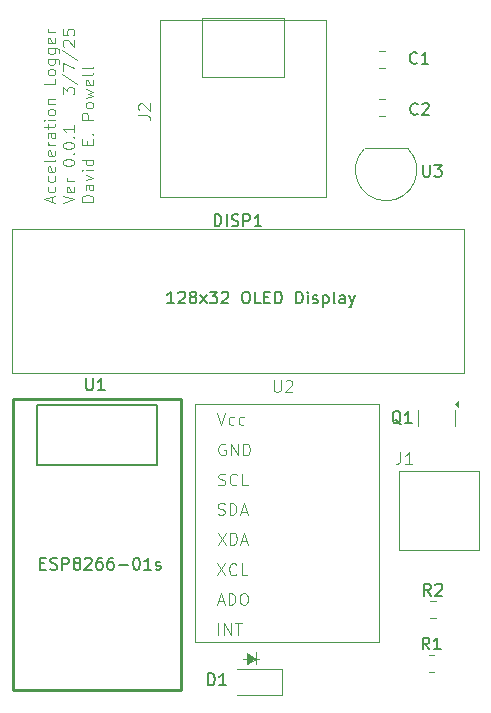
<source format=gbr>
%TF.GenerationSoftware,KiCad,Pcbnew,8.0.8-unknown-202501290020~8b811aa383~ubuntu24.04.1*%
%TF.CreationDate,2025-03-07T17:37:35-05:00*%
%TF.ProjectId,Acceleration Logger,41636365-6c65-4726-9174-696f6e204c6f,rev?*%
%TF.SameCoordinates,Original*%
%TF.FileFunction,Legend,Top*%
%TF.FilePolarity,Positive*%
%FSLAX46Y46*%
G04 Gerber Fmt 4.6, Leading zero omitted, Abs format (unit mm)*
G04 Created by KiCad (PCBNEW 8.0.8-unknown-202501290020~8b811aa383~ubuntu24.04.1) date 2025-03-07 17:37:35*
%MOMM*%
%LPD*%
G01*
G04 APERTURE LIST*
%ADD10C,0.100000*%
%ADD11C,0.150000*%
%ADD12C,0.120000*%
%ADD13C,0.254000*%
%ADD14C,0.152400*%
G04 APERTURE END LIST*
D10*
X142810000Y-122970000D02*
X141390000Y-122970000D01*
X142510000Y-122440000D02*
X142510000Y-123400000D01*
X142480000Y-122980000D02*
X141730000Y-123450000D01*
X141730000Y-122490000D01*
X142480000Y-122980000D01*
G36*
X142480000Y-122980000D02*
G01*
X141730000Y-123450000D01*
X141730000Y-122490000D01*
X142480000Y-122980000D01*
G37*
X125256816Y-84343734D02*
X125256816Y-83867544D01*
X125542531Y-84438972D02*
X124542531Y-84105639D01*
X124542531Y-84105639D02*
X125542531Y-83772306D01*
X125494912Y-83010401D02*
X125542531Y-83105639D01*
X125542531Y-83105639D02*
X125542531Y-83296115D01*
X125542531Y-83296115D02*
X125494912Y-83391353D01*
X125494912Y-83391353D02*
X125447292Y-83438972D01*
X125447292Y-83438972D02*
X125352054Y-83486591D01*
X125352054Y-83486591D02*
X125066340Y-83486591D01*
X125066340Y-83486591D02*
X124971102Y-83438972D01*
X124971102Y-83438972D02*
X124923483Y-83391353D01*
X124923483Y-83391353D02*
X124875864Y-83296115D01*
X124875864Y-83296115D02*
X124875864Y-83105639D01*
X124875864Y-83105639D02*
X124923483Y-83010401D01*
X125494912Y-82153258D02*
X125542531Y-82248496D01*
X125542531Y-82248496D02*
X125542531Y-82438972D01*
X125542531Y-82438972D02*
X125494912Y-82534210D01*
X125494912Y-82534210D02*
X125447292Y-82581829D01*
X125447292Y-82581829D02*
X125352054Y-82629448D01*
X125352054Y-82629448D02*
X125066340Y-82629448D01*
X125066340Y-82629448D02*
X124971102Y-82581829D01*
X124971102Y-82581829D02*
X124923483Y-82534210D01*
X124923483Y-82534210D02*
X124875864Y-82438972D01*
X124875864Y-82438972D02*
X124875864Y-82248496D01*
X124875864Y-82248496D02*
X124923483Y-82153258D01*
X125494912Y-81343734D02*
X125542531Y-81438972D01*
X125542531Y-81438972D02*
X125542531Y-81629448D01*
X125542531Y-81629448D02*
X125494912Y-81724686D01*
X125494912Y-81724686D02*
X125399673Y-81772305D01*
X125399673Y-81772305D02*
X125018721Y-81772305D01*
X125018721Y-81772305D02*
X124923483Y-81724686D01*
X124923483Y-81724686D02*
X124875864Y-81629448D01*
X124875864Y-81629448D02*
X124875864Y-81438972D01*
X124875864Y-81438972D02*
X124923483Y-81343734D01*
X124923483Y-81343734D02*
X125018721Y-81296115D01*
X125018721Y-81296115D02*
X125113959Y-81296115D01*
X125113959Y-81296115D02*
X125209197Y-81772305D01*
X125542531Y-80724686D02*
X125494912Y-80819924D01*
X125494912Y-80819924D02*
X125399673Y-80867543D01*
X125399673Y-80867543D02*
X124542531Y-80867543D01*
X125494912Y-79962781D02*
X125542531Y-80058019D01*
X125542531Y-80058019D02*
X125542531Y-80248495D01*
X125542531Y-80248495D02*
X125494912Y-80343733D01*
X125494912Y-80343733D02*
X125399673Y-80391352D01*
X125399673Y-80391352D02*
X125018721Y-80391352D01*
X125018721Y-80391352D02*
X124923483Y-80343733D01*
X124923483Y-80343733D02*
X124875864Y-80248495D01*
X124875864Y-80248495D02*
X124875864Y-80058019D01*
X124875864Y-80058019D02*
X124923483Y-79962781D01*
X124923483Y-79962781D02*
X125018721Y-79915162D01*
X125018721Y-79915162D02*
X125113959Y-79915162D01*
X125113959Y-79915162D02*
X125209197Y-80391352D01*
X125542531Y-79486590D02*
X124875864Y-79486590D01*
X125066340Y-79486590D02*
X124971102Y-79438971D01*
X124971102Y-79438971D02*
X124923483Y-79391352D01*
X124923483Y-79391352D02*
X124875864Y-79296114D01*
X124875864Y-79296114D02*
X124875864Y-79200876D01*
X125542531Y-78438971D02*
X125018721Y-78438971D01*
X125018721Y-78438971D02*
X124923483Y-78486590D01*
X124923483Y-78486590D02*
X124875864Y-78581828D01*
X124875864Y-78581828D02*
X124875864Y-78772304D01*
X124875864Y-78772304D02*
X124923483Y-78867542D01*
X125494912Y-78438971D02*
X125542531Y-78534209D01*
X125542531Y-78534209D02*
X125542531Y-78772304D01*
X125542531Y-78772304D02*
X125494912Y-78867542D01*
X125494912Y-78867542D02*
X125399673Y-78915161D01*
X125399673Y-78915161D02*
X125304435Y-78915161D01*
X125304435Y-78915161D02*
X125209197Y-78867542D01*
X125209197Y-78867542D02*
X125161578Y-78772304D01*
X125161578Y-78772304D02*
X125161578Y-78534209D01*
X125161578Y-78534209D02*
X125113959Y-78438971D01*
X124875864Y-78105637D02*
X124875864Y-77724685D01*
X124542531Y-77962780D02*
X125399673Y-77962780D01*
X125399673Y-77962780D02*
X125494912Y-77915161D01*
X125494912Y-77915161D02*
X125542531Y-77819923D01*
X125542531Y-77819923D02*
X125542531Y-77724685D01*
X125542531Y-77391351D02*
X124875864Y-77391351D01*
X124542531Y-77391351D02*
X124590150Y-77438970D01*
X124590150Y-77438970D02*
X124637769Y-77391351D01*
X124637769Y-77391351D02*
X124590150Y-77343732D01*
X124590150Y-77343732D02*
X124542531Y-77391351D01*
X124542531Y-77391351D02*
X124637769Y-77391351D01*
X125542531Y-76772304D02*
X125494912Y-76867542D01*
X125494912Y-76867542D02*
X125447292Y-76915161D01*
X125447292Y-76915161D02*
X125352054Y-76962780D01*
X125352054Y-76962780D02*
X125066340Y-76962780D01*
X125066340Y-76962780D02*
X124971102Y-76915161D01*
X124971102Y-76915161D02*
X124923483Y-76867542D01*
X124923483Y-76867542D02*
X124875864Y-76772304D01*
X124875864Y-76772304D02*
X124875864Y-76629447D01*
X124875864Y-76629447D02*
X124923483Y-76534209D01*
X124923483Y-76534209D02*
X124971102Y-76486590D01*
X124971102Y-76486590D02*
X125066340Y-76438971D01*
X125066340Y-76438971D02*
X125352054Y-76438971D01*
X125352054Y-76438971D02*
X125447292Y-76486590D01*
X125447292Y-76486590D02*
X125494912Y-76534209D01*
X125494912Y-76534209D02*
X125542531Y-76629447D01*
X125542531Y-76629447D02*
X125542531Y-76772304D01*
X124875864Y-76010399D02*
X125542531Y-76010399D01*
X124971102Y-76010399D02*
X124923483Y-75962780D01*
X124923483Y-75962780D02*
X124875864Y-75867542D01*
X124875864Y-75867542D02*
X124875864Y-75724685D01*
X124875864Y-75724685D02*
X124923483Y-75629447D01*
X124923483Y-75629447D02*
X125018721Y-75581828D01*
X125018721Y-75581828D02*
X125542531Y-75581828D01*
X125542531Y-73867542D02*
X125542531Y-74343732D01*
X125542531Y-74343732D02*
X124542531Y-74343732D01*
X125542531Y-73391351D02*
X125494912Y-73486589D01*
X125494912Y-73486589D02*
X125447292Y-73534208D01*
X125447292Y-73534208D02*
X125352054Y-73581827D01*
X125352054Y-73581827D02*
X125066340Y-73581827D01*
X125066340Y-73581827D02*
X124971102Y-73534208D01*
X124971102Y-73534208D02*
X124923483Y-73486589D01*
X124923483Y-73486589D02*
X124875864Y-73391351D01*
X124875864Y-73391351D02*
X124875864Y-73248494D01*
X124875864Y-73248494D02*
X124923483Y-73153256D01*
X124923483Y-73153256D02*
X124971102Y-73105637D01*
X124971102Y-73105637D02*
X125066340Y-73058018D01*
X125066340Y-73058018D02*
X125352054Y-73058018D01*
X125352054Y-73058018D02*
X125447292Y-73105637D01*
X125447292Y-73105637D02*
X125494912Y-73153256D01*
X125494912Y-73153256D02*
X125542531Y-73248494D01*
X125542531Y-73248494D02*
X125542531Y-73391351D01*
X124875864Y-72200875D02*
X125685388Y-72200875D01*
X125685388Y-72200875D02*
X125780626Y-72248494D01*
X125780626Y-72248494D02*
X125828245Y-72296113D01*
X125828245Y-72296113D02*
X125875864Y-72391351D01*
X125875864Y-72391351D02*
X125875864Y-72534208D01*
X125875864Y-72534208D02*
X125828245Y-72629446D01*
X125494912Y-72200875D02*
X125542531Y-72296113D01*
X125542531Y-72296113D02*
X125542531Y-72486589D01*
X125542531Y-72486589D02*
X125494912Y-72581827D01*
X125494912Y-72581827D02*
X125447292Y-72629446D01*
X125447292Y-72629446D02*
X125352054Y-72677065D01*
X125352054Y-72677065D02*
X125066340Y-72677065D01*
X125066340Y-72677065D02*
X124971102Y-72629446D01*
X124971102Y-72629446D02*
X124923483Y-72581827D01*
X124923483Y-72581827D02*
X124875864Y-72486589D01*
X124875864Y-72486589D02*
X124875864Y-72296113D01*
X124875864Y-72296113D02*
X124923483Y-72200875D01*
X124875864Y-71296113D02*
X125685388Y-71296113D01*
X125685388Y-71296113D02*
X125780626Y-71343732D01*
X125780626Y-71343732D02*
X125828245Y-71391351D01*
X125828245Y-71391351D02*
X125875864Y-71486589D01*
X125875864Y-71486589D02*
X125875864Y-71629446D01*
X125875864Y-71629446D02*
X125828245Y-71724684D01*
X125494912Y-71296113D02*
X125542531Y-71391351D01*
X125542531Y-71391351D02*
X125542531Y-71581827D01*
X125542531Y-71581827D02*
X125494912Y-71677065D01*
X125494912Y-71677065D02*
X125447292Y-71724684D01*
X125447292Y-71724684D02*
X125352054Y-71772303D01*
X125352054Y-71772303D02*
X125066340Y-71772303D01*
X125066340Y-71772303D02*
X124971102Y-71724684D01*
X124971102Y-71724684D02*
X124923483Y-71677065D01*
X124923483Y-71677065D02*
X124875864Y-71581827D01*
X124875864Y-71581827D02*
X124875864Y-71391351D01*
X124875864Y-71391351D02*
X124923483Y-71296113D01*
X125494912Y-70438970D02*
X125542531Y-70534208D01*
X125542531Y-70534208D02*
X125542531Y-70724684D01*
X125542531Y-70724684D02*
X125494912Y-70819922D01*
X125494912Y-70819922D02*
X125399673Y-70867541D01*
X125399673Y-70867541D02*
X125018721Y-70867541D01*
X125018721Y-70867541D02*
X124923483Y-70819922D01*
X124923483Y-70819922D02*
X124875864Y-70724684D01*
X124875864Y-70724684D02*
X124875864Y-70534208D01*
X124875864Y-70534208D02*
X124923483Y-70438970D01*
X124923483Y-70438970D02*
X125018721Y-70391351D01*
X125018721Y-70391351D02*
X125113959Y-70391351D01*
X125113959Y-70391351D02*
X125209197Y-70867541D01*
X125542531Y-69962779D02*
X124875864Y-69962779D01*
X125066340Y-69962779D02*
X124971102Y-69915160D01*
X124971102Y-69915160D02*
X124923483Y-69867541D01*
X124923483Y-69867541D02*
X124875864Y-69772303D01*
X124875864Y-69772303D02*
X124875864Y-69677065D01*
X126152475Y-84438972D02*
X127152475Y-84105639D01*
X127152475Y-84105639D02*
X126152475Y-83772306D01*
X127104856Y-83058020D02*
X127152475Y-83153258D01*
X127152475Y-83153258D02*
X127152475Y-83343734D01*
X127152475Y-83343734D02*
X127104856Y-83438972D01*
X127104856Y-83438972D02*
X127009617Y-83486591D01*
X127009617Y-83486591D02*
X126628665Y-83486591D01*
X126628665Y-83486591D02*
X126533427Y-83438972D01*
X126533427Y-83438972D02*
X126485808Y-83343734D01*
X126485808Y-83343734D02*
X126485808Y-83153258D01*
X126485808Y-83153258D02*
X126533427Y-83058020D01*
X126533427Y-83058020D02*
X126628665Y-83010401D01*
X126628665Y-83010401D02*
X126723903Y-83010401D01*
X126723903Y-83010401D02*
X126819141Y-83486591D01*
X127152475Y-82581829D02*
X126485808Y-82581829D01*
X126676284Y-82581829D02*
X126581046Y-82534210D01*
X126581046Y-82534210D02*
X126533427Y-82486591D01*
X126533427Y-82486591D02*
X126485808Y-82391353D01*
X126485808Y-82391353D02*
X126485808Y-82296115D01*
X126152475Y-81010400D02*
X126152475Y-80915162D01*
X126152475Y-80915162D02*
X126200094Y-80819924D01*
X126200094Y-80819924D02*
X126247713Y-80772305D01*
X126247713Y-80772305D02*
X126342951Y-80724686D01*
X126342951Y-80724686D02*
X126533427Y-80677067D01*
X126533427Y-80677067D02*
X126771522Y-80677067D01*
X126771522Y-80677067D02*
X126961998Y-80724686D01*
X126961998Y-80724686D02*
X127057236Y-80772305D01*
X127057236Y-80772305D02*
X127104856Y-80819924D01*
X127104856Y-80819924D02*
X127152475Y-80915162D01*
X127152475Y-80915162D02*
X127152475Y-81010400D01*
X127152475Y-81010400D02*
X127104856Y-81105638D01*
X127104856Y-81105638D02*
X127057236Y-81153257D01*
X127057236Y-81153257D02*
X126961998Y-81200876D01*
X126961998Y-81200876D02*
X126771522Y-81248495D01*
X126771522Y-81248495D02*
X126533427Y-81248495D01*
X126533427Y-81248495D02*
X126342951Y-81200876D01*
X126342951Y-81200876D02*
X126247713Y-81153257D01*
X126247713Y-81153257D02*
X126200094Y-81105638D01*
X126200094Y-81105638D02*
X126152475Y-81010400D01*
X127057236Y-80248495D02*
X127104856Y-80200876D01*
X127104856Y-80200876D02*
X127152475Y-80248495D01*
X127152475Y-80248495D02*
X127104856Y-80296114D01*
X127104856Y-80296114D02*
X127057236Y-80248495D01*
X127057236Y-80248495D02*
X127152475Y-80248495D01*
X126152475Y-79581829D02*
X126152475Y-79486591D01*
X126152475Y-79486591D02*
X126200094Y-79391353D01*
X126200094Y-79391353D02*
X126247713Y-79343734D01*
X126247713Y-79343734D02*
X126342951Y-79296115D01*
X126342951Y-79296115D02*
X126533427Y-79248496D01*
X126533427Y-79248496D02*
X126771522Y-79248496D01*
X126771522Y-79248496D02*
X126961998Y-79296115D01*
X126961998Y-79296115D02*
X127057236Y-79343734D01*
X127057236Y-79343734D02*
X127104856Y-79391353D01*
X127104856Y-79391353D02*
X127152475Y-79486591D01*
X127152475Y-79486591D02*
X127152475Y-79581829D01*
X127152475Y-79581829D02*
X127104856Y-79677067D01*
X127104856Y-79677067D02*
X127057236Y-79724686D01*
X127057236Y-79724686D02*
X126961998Y-79772305D01*
X126961998Y-79772305D02*
X126771522Y-79819924D01*
X126771522Y-79819924D02*
X126533427Y-79819924D01*
X126533427Y-79819924D02*
X126342951Y-79772305D01*
X126342951Y-79772305D02*
X126247713Y-79724686D01*
X126247713Y-79724686D02*
X126200094Y-79677067D01*
X126200094Y-79677067D02*
X126152475Y-79581829D01*
X127057236Y-78819924D02*
X127104856Y-78772305D01*
X127104856Y-78772305D02*
X127152475Y-78819924D01*
X127152475Y-78819924D02*
X127104856Y-78867543D01*
X127104856Y-78867543D02*
X127057236Y-78819924D01*
X127057236Y-78819924D02*
X127152475Y-78819924D01*
X127152475Y-77819925D02*
X127152475Y-78391353D01*
X127152475Y-78105639D02*
X126152475Y-78105639D01*
X126152475Y-78105639D02*
X126295332Y-78200877D01*
X126295332Y-78200877D02*
X126390570Y-78296115D01*
X126390570Y-78296115D02*
X126438189Y-78391353D01*
X126152475Y-75200876D02*
X126152475Y-74581829D01*
X126152475Y-74581829D02*
X126533427Y-74915162D01*
X126533427Y-74915162D02*
X126533427Y-74772305D01*
X126533427Y-74772305D02*
X126581046Y-74677067D01*
X126581046Y-74677067D02*
X126628665Y-74629448D01*
X126628665Y-74629448D02*
X126723903Y-74581829D01*
X126723903Y-74581829D02*
X126961998Y-74581829D01*
X126961998Y-74581829D02*
X127057236Y-74629448D01*
X127057236Y-74629448D02*
X127104856Y-74677067D01*
X127104856Y-74677067D02*
X127152475Y-74772305D01*
X127152475Y-74772305D02*
X127152475Y-75058019D01*
X127152475Y-75058019D02*
X127104856Y-75153257D01*
X127104856Y-75153257D02*
X127057236Y-75200876D01*
X126104856Y-73438972D02*
X127390570Y-74296114D01*
X126152475Y-73200876D02*
X126152475Y-72534210D01*
X126152475Y-72534210D02*
X127152475Y-72962781D01*
X126104856Y-71438972D02*
X127390570Y-72296114D01*
X126247713Y-71153257D02*
X126200094Y-71105638D01*
X126200094Y-71105638D02*
X126152475Y-71010400D01*
X126152475Y-71010400D02*
X126152475Y-70772305D01*
X126152475Y-70772305D02*
X126200094Y-70677067D01*
X126200094Y-70677067D02*
X126247713Y-70629448D01*
X126247713Y-70629448D02*
X126342951Y-70581829D01*
X126342951Y-70581829D02*
X126438189Y-70581829D01*
X126438189Y-70581829D02*
X126581046Y-70629448D01*
X126581046Y-70629448D02*
X127152475Y-71200876D01*
X127152475Y-71200876D02*
X127152475Y-70581829D01*
X126152475Y-69677067D02*
X126152475Y-70153257D01*
X126152475Y-70153257D02*
X126628665Y-70200876D01*
X126628665Y-70200876D02*
X126581046Y-70153257D01*
X126581046Y-70153257D02*
X126533427Y-70058019D01*
X126533427Y-70058019D02*
X126533427Y-69819924D01*
X126533427Y-69819924D02*
X126581046Y-69724686D01*
X126581046Y-69724686D02*
X126628665Y-69677067D01*
X126628665Y-69677067D02*
X126723903Y-69629448D01*
X126723903Y-69629448D02*
X126961998Y-69629448D01*
X126961998Y-69629448D02*
X127057236Y-69677067D01*
X127057236Y-69677067D02*
X127104856Y-69724686D01*
X127104856Y-69724686D02*
X127152475Y-69819924D01*
X127152475Y-69819924D02*
X127152475Y-70058019D01*
X127152475Y-70058019D02*
X127104856Y-70153257D01*
X127104856Y-70153257D02*
X127057236Y-70200876D01*
X128762419Y-84296115D02*
X127762419Y-84296115D01*
X127762419Y-84296115D02*
X127762419Y-84058020D01*
X127762419Y-84058020D02*
X127810038Y-83915163D01*
X127810038Y-83915163D02*
X127905276Y-83819925D01*
X127905276Y-83819925D02*
X128000514Y-83772306D01*
X128000514Y-83772306D02*
X128190990Y-83724687D01*
X128190990Y-83724687D02*
X128333847Y-83724687D01*
X128333847Y-83724687D02*
X128524323Y-83772306D01*
X128524323Y-83772306D02*
X128619561Y-83819925D01*
X128619561Y-83819925D02*
X128714800Y-83915163D01*
X128714800Y-83915163D02*
X128762419Y-84058020D01*
X128762419Y-84058020D02*
X128762419Y-84296115D01*
X128762419Y-82867544D02*
X128238609Y-82867544D01*
X128238609Y-82867544D02*
X128143371Y-82915163D01*
X128143371Y-82915163D02*
X128095752Y-83010401D01*
X128095752Y-83010401D02*
X128095752Y-83200877D01*
X128095752Y-83200877D02*
X128143371Y-83296115D01*
X128714800Y-82867544D02*
X128762419Y-82962782D01*
X128762419Y-82962782D02*
X128762419Y-83200877D01*
X128762419Y-83200877D02*
X128714800Y-83296115D01*
X128714800Y-83296115D02*
X128619561Y-83343734D01*
X128619561Y-83343734D02*
X128524323Y-83343734D01*
X128524323Y-83343734D02*
X128429085Y-83296115D01*
X128429085Y-83296115D02*
X128381466Y-83200877D01*
X128381466Y-83200877D02*
X128381466Y-82962782D01*
X128381466Y-82962782D02*
X128333847Y-82867544D01*
X128095752Y-82486591D02*
X128762419Y-82248496D01*
X128762419Y-82248496D02*
X128095752Y-82010401D01*
X128762419Y-81629448D02*
X128095752Y-81629448D01*
X127762419Y-81629448D02*
X127810038Y-81677067D01*
X127810038Y-81677067D02*
X127857657Y-81629448D01*
X127857657Y-81629448D02*
X127810038Y-81581829D01*
X127810038Y-81581829D02*
X127762419Y-81629448D01*
X127762419Y-81629448D02*
X127857657Y-81629448D01*
X128762419Y-80724687D02*
X127762419Y-80724687D01*
X128714800Y-80724687D02*
X128762419Y-80819925D01*
X128762419Y-80819925D02*
X128762419Y-81010401D01*
X128762419Y-81010401D02*
X128714800Y-81105639D01*
X128714800Y-81105639D02*
X128667180Y-81153258D01*
X128667180Y-81153258D02*
X128571942Y-81200877D01*
X128571942Y-81200877D02*
X128286228Y-81200877D01*
X128286228Y-81200877D02*
X128190990Y-81153258D01*
X128190990Y-81153258D02*
X128143371Y-81105639D01*
X128143371Y-81105639D02*
X128095752Y-81010401D01*
X128095752Y-81010401D02*
X128095752Y-80819925D01*
X128095752Y-80819925D02*
X128143371Y-80724687D01*
X128238609Y-79486591D02*
X128238609Y-79153258D01*
X128762419Y-79010401D02*
X128762419Y-79486591D01*
X128762419Y-79486591D02*
X127762419Y-79486591D01*
X127762419Y-79486591D02*
X127762419Y-79010401D01*
X128667180Y-78581829D02*
X128714800Y-78534210D01*
X128714800Y-78534210D02*
X128762419Y-78581829D01*
X128762419Y-78581829D02*
X128714800Y-78629448D01*
X128714800Y-78629448D02*
X128667180Y-78581829D01*
X128667180Y-78581829D02*
X128762419Y-78581829D01*
X128762419Y-77343734D02*
X127762419Y-77343734D01*
X127762419Y-77343734D02*
X127762419Y-76962782D01*
X127762419Y-76962782D02*
X127810038Y-76867544D01*
X127810038Y-76867544D02*
X127857657Y-76819925D01*
X127857657Y-76819925D02*
X127952895Y-76772306D01*
X127952895Y-76772306D02*
X128095752Y-76772306D01*
X128095752Y-76772306D02*
X128190990Y-76819925D01*
X128190990Y-76819925D02*
X128238609Y-76867544D01*
X128238609Y-76867544D02*
X128286228Y-76962782D01*
X128286228Y-76962782D02*
X128286228Y-77343734D01*
X128762419Y-76200877D02*
X128714800Y-76296115D01*
X128714800Y-76296115D02*
X128667180Y-76343734D01*
X128667180Y-76343734D02*
X128571942Y-76391353D01*
X128571942Y-76391353D02*
X128286228Y-76391353D01*
X128286228Y-76391353D02*
X128190990Y-76343734D01*
X128190990Y-76343734D02*
X128143371Y-76296115D01*
X128143371Y-76296115D02*
X128095752Y-76200877D01*
X128095752Y-76200877D02*
X128095752Y-76058020D01*
X128095752Y-76058020D02*
X128143371Y-75962782D01*
X128143371Y-75962782D02*
X128190990Y-75915163D01*
X128190990Y-75915163D02*
X128286228Y-75867544D01*
X128286228Y-75867544D02*
X128571942Y-75867544D01*
X128571942Y-75867544D02*
X128667180Y-75915163D01*
X128667180Y-75915163D02*
X128714800Y-75962782D01*
X128714800Y-75962782D02*
X128762419Y-76058020D01*
X128762419Y-76058020D02*
X128762419Y-76200877D01*
X128095752Y-75534210D02*
X128762419Y-75343734D01*
X128762419Y-75343734D02*
X128286228Y-75153258D01*
X128286228Y-75153258D02*
X128762419Y-74962782D01*
X128762419Y-74962782D02*
X128095752Y-74772306D01*
X128714800Y-74010401D02*
X128762419Y-74105639D01*
X128762419Y-74105639D02*
X128762419Y-74296115D01*
X128762419Y-74296115D02*
X128714800Y-74391353D01*
X128714800Y-74391353D02*
X128619561Y-74438972D01*
X128619561Y-74438972D02*
X128238609Y-74438972D01*
X128238609Y-74438972D02*
X128143371Y-74391353D01*
X128143371Y-74391353D02*
X128095752Y-74296115D01*
X128095752Y-74296115D02*
X128095752Y-74105639D01*
X128095752Y-74105639D02*
X128143371Y-74010401D01*
X128143371Y-74010401D02*
X128238609Y-73962782D01*
X128238609Y-73962782D02*
X128333847Y-73962782D01*
X128333847Y-73962782D02*
X128429085Y-74438972D01*
X128762419Y-73391353D02*
X128714800Y-73486591D01*
X128714800Y-73486591D02*
X128619561Y-73534210D01*
X128619561Y-73534210D02*
X127762419Y-73534210D01*
X128762419Y-72867543D02*
X128714800Y-72962781D01*
X128714800Y-72962781D02*
X128619561Y-73010400D01*
X128619561Y-73010400D02*
X127762419Y-73010400D01*
X132562419Y-76963333D02*
X133276704Y-76963333D01*
X133276704Y-76963333D02*
X133419561Y-77010952D01*
X133419561Y-77010952D02*
X133514800Y-77106190D01*
X133514800Y-77106190D02*
X133562419Y-77249047D01*
X133562419Y-77249047D02*
X133562419Y-77344285D01*
X132657657Y-76534761D02*
X132610038Y-76487142D01*
X132610038Y-76487142D02*
X132562419Y-76391904D01*
X132562419Y-76391904D02*
X132562419Y-76153809D01*
X132562419Y-76153809D02*
X132610038Y-76058571D01*
X132610038Y-76058571D02*
X132657657Y-76010952D01*
X132657657Y-76010952D02*
X132752895Y-75963333D01*
X132752895Y-75963333D02*
X132848133Y-75963333D01*
X132848133Y-75963333D02*
X132990990Y-76010952D01*
X132990990Y-76010952D02*
X133562419Y-76582380D01*
X133562419Y-76582380D02*
X133562419Y-75963333D01*
D11*
X157333333Y-117644819D02*
X157000000Y-117168628D01*
X156761905Y-117644819D02*
X156761905Y-116644819D01*
X156761905Y-116644819D02*
X157142857Y-116644819D01*
X157142857Y-116644819D02*
X157238095Y-116692438D01*
X157238095Y-116692438D02*
X157285714Y-116740057D01*
X157285714Y-116740057D02*
X157333333Y-116835295D01*
X157333333Y-116835295D02*
X157333333Y-116978152D01*
X157333333Y-116978152D02*
X157285714Y-117073390D01*
X157285714Y-117073390D02*
X157238095Y-117121009D01*
X157238095Y-117121009D02*
X157142857Y-117168628D01*
X157142857Y-117168628D02*
X156761905Y-117168628D01*
X157714286Y-116740057D02*
X157761905Y-116692438D01*
X157761905Y-116692438D02*
X157857143Y-116644819D01*
X157857143Y-116644819D02*
X158095238Y-116644819D01*
X158095238Y-116644819D02*
X158190476Y-116692438D01*
X158190476Y-116692438D02*
X158238095Y-116740057D01*
X158238095Y-116740057D02*
X158285714Y-116835295D01*
X158285714Y-116835295D02*
X158285714Y-116930533D01*
X158285714Y-116930533D02*
X158238095Y-117073390D01*
X158238095Y-117073390D02*
X157666667Y-117644819D01*
X157666667Y-117644819D02*
X158285714Y-117644819D01*
X156153333Y-72529580D02*
X156105714Y-72577200D01*
X156105714Y-72577200D02*
X155962857Y-72624819D01*
X155962857Y-72624819D02*
X155867619Y-72624819D01*
X155867619Y-72624819D02*
X155724762Y-72577200D01*
X155724762Y-72577200D02*
X155629524Y-72481961D01*
X155629524Y-72481961D02*
X155581905Y-72386723D01*
X155581905Y-72386723D02*
X155534286Y-72196247D01*
X155534286Y-72196247D02*
X155534286Y-72053390D01*
X155534286Y-72053390D02*
X155581905Y-71862914D01*
X155581905Y-71862914D02*
X155629524Y-71767676D01*
X155629524Y-71767676D02*
X155724762Y-71672438D01*
X155724762Y-71672438D02*
X155867619Y-71624819D01*
X155867619Y-71624819D02*
X155962857Y-71624819D01*
X155962857Y-71624819D02*
X156105714Y-71672438D01*
X156105714Y-71672438D02*
X156153333Y-71720057D01*
X157105714Y-72624819D02*
X156534286Y-72624819D01*
X156820000Y-72624819D02*
X156820000Y-71624819D01*
X156820000Y-71624819D02*
X156724762Y-71767676D01*
X156724762Y-71767676D02*
X156629524Y-71862914D01*
X156629524Y-71862914D02*
X156534286Y-71910533D01*
X156203333Y-76849580D02*
X156155714Y-76897200D01*
X156155714Y-76897200D02*
X156012857Y-76944819D01*
X156012857Y-76944819D02*
X155917619Y-76944819D01*
X155917619Y-76944819D02*
X155774762Y-76897200D01*
X155774762Y-76897200D02*
X155679524Y-76801961D01*
X155679524Y-76801961D02*
X155631905Y-76706723D01*
X155631905Y-76706723D02*
X155584286Y-76516247D01*
X155584286Y-76516247D02*
X155584286Y-76373390D01*
X155584286Y-76373390D02*
X155631905Y-76182914D01*
X155631905Y-76182914D02*
X155679524Y-76087676D01*
X155679524Y-76087676D02*
X155774762Y-75992438D01*
X155774762Y-75992438D02*
X155917619Y-75944819D01*
X155917619Y-75944819D02*
X156012857Y-75944819D01*
X156012857Y-75944819D02*
X156155714Y-75992438D01*
X156155714Y-75992438D02*
X156203333Y-76040057D01*
X156584286Y-76040057D02*
X156631905Y-75992438D01*
X156631905Y-75992438D02*
X156727143Y-75944819D01*
X156727143Y-75944819D02*
X156965238Y-75944819D01*
X156965238Y-75944819D02*
X157060476Y-75992438D01*
X157060476Y-75992438D02*
X157108095Y-76040057D01*
X157108095Y-76040057D02*
X157155714Y-76135295D01*
X157155714Y-76135295D02*
X157155714Y-76230533D01*
X157155714Y-76230533D02*
X157108095Y-76373390D01*
X157108095Y-76373390D02*
X156536667Y-76944819D01*
X156536667Y-76944819D02*
X157155714Y-76944819D01*
X139027619Y-86364819D02*
X139027619Y-85364819D01*
X139027619Y-85364819D02*
X139265714Y-85364819D01*
X139265714Y-85364819D02*
X139408571Y-85412438D01*
X139408571Y-85412438D02*
X139503809Y-85507676D01*
X139503809Y-85507676D02*
X139551428Y-85602914D01*
X139551428Y-85602914D02*
X139599047Y-85793390D01*
X139599047Y-85793390D02*
X139599047Y-85936247D01*
X139599047Y-85936247D02*
X139551428Y-86126723D01*
X139551428Y-86126723D02*
X139503809Y-86221961D01*
X139503809Y-86221961D02*
X139408571Y-86317200D01*
X139408571Y-86317200D02*
X139265714Y-86364819D01*
X139265714Y-86364819D02*
X139027619Y-86364819D01*
X140027619Y-86364819D02*
X140027619Y-85364819D01*
X140456190Y-86317200D02*
X140599047Y-86364819D01*
X140599047Y-86364819D02*
X140837142Y-86364819D01*
X140837142Y-86364819D02*
X140932380Y-86317200D01*
X140932380Y-86317200D02*
X140979999Y-86269580D01*
X140979999Y-86269580D02*
X141027618Y-86174342D01*
X141027618Y-86174342D02*
X141027618Y-86079104D01*
X141027618Y-86079104D02*
X140979999Y-85983866D01*
X140979999Y-85983866D02*
X140932380Y-85936247D01*
X140932380Y-85936247D02*
X140837142Y-85888628D01*
X140837142Y-85888628D02*
X140646666Y-85841009D01*
X140646666Y-85841009D02*
X140551428Y-85793390D01*
X140551428Y-85793390D02*
X140503809Y-85745771D01*
X140503809Y-85745771D02*
X140456190Y-85650533D01*
X140456190Y-85650533D02*
X140456190Y-85555295D01*
X140456190Y-85555295D02*
X140503809Y-85460057D01*
X140503809Y-85460057D02*
X140551428Y-85412438D01*
X140551428Y-85412438D02*
X140646666Y-85364819D01*
X140646666Y-85364819D02*
X140884761Y-85364819D01*
X140884761Y-85364819D02*
X141027618Y-85412438D01*
X141456190Y-86364819D02*
X141456190Y-85364819D01*
X141456190Y-85364819D02*
X141837142Y-85364819D01*
X141837142Y-85364819D02*
X141932380Y-85412438D01*
X141932380Y-85412438D02*
X141979999Y-85460057D01*
X141979999Y-85460057D02*
X142027618Y-85555295D01*
X142027618Y-85555295D02*
X142027618Y-85698152D01*
X142027618Y-85698152D02*
X141979999Y-85793390D01*
X141979999Y-85793390D02*
X141932380Y-85841009D01*
X141932380Y-85841009D02*
X141837142Y-85888628D01*
X141837142Y-85888628D02*
X141456190Y-85888628D01*
X142979999Y-86364819D02*
X142408571Y-86364819D01*
X142694285Y-86364819D02*
X142694285Y-85364819D01*
X142694285Y-85364819D02*
X142599047Y-85507676D01*
X142599047Y-85507676D02*
X142503809Y-85602914D01*
X142503809Y-85602914D02*
X142408571Y-85650533D01*
X135571556Y-92899419D02*
X135000128Y-92899419D01*
X135285842Y-92899419D02*
X135285842Y-91899419D01*
X135285842Y-91899419D02*
X135190604Y-92042276D01*
X135190604Y-92042276D02*
X135095366Y-92137514D01*
X135095366Y-92137514D02*
X135000128Y-92185133D01*
X135952509Y-91994657D02*
X136000128Y-91947038D01*
X136000128Y-91947038D02*
X136095366Y-91899419D01*
X136095366Y-91899419D02*
X136333461Y-91899419D01*
X136333461Y-91899419D02*
X136428699Y-91947038D01*
X136428699Y-91947038D02*
X136476318Y-91994657D01*
X136476318Y-91994657D02*
X136523937Y-92089895D01*
X136523937Y-92089895D02*
X136523937Y-92185133D01*
X136523937Y-92185133D02*
X136476318Y-92327990D01*
X136476318Y-92327990D02*
X135904890Y-92899419D01*
X135904890Y-92899419D02*
X136523937Y-92899419D01*
X137095366Y-92327990D02*
X137000128Y-92280371D01*
X137000128Y-92280371D02*
X136952509Y-92232752D01*
X136952509Y-92232752D02*
X136904890Y-92137514D01*
X136904890Y-92137514D02*
X136904890Y-92089895D01*
X136904890Y-92089895D02*
X136952509Y-91994657D01*
X136952509Y-91994657D02*
X137000128Y-91947038D01*
X137000128Y-91947038D02*
X137095366Y-91899419D01*
X137095366Y-91899419D02*
X137285842Y-91899419D01*
X137285842Y-91899419D02*
X137381080Y-91947038D01*
X137381080Y-91947038D02*
X137428699Y-91994657D01*
X137428699Y-91994657D02*
X137476318Y-92089895D01*
X137476318Y-92089895D02*
X137476318Y-92137514D01*
X137476318Y-92137514D02*
X137428699Y-92232752D01*
X137428699Y-92232752D02*
X137381080Y-92280371D01*
X137381080Y-92280371D02*
X137285842Y-92327990D01*
X137285842Y-92327990D02*
X137095366Y-92327990D01*
X137095366Y-92327990D02*
X137000128Y-92375609D01*
X137000128Y-92375609D02*
X136952509Y-92423228D01*
X136952509Y-92423228D02*
X136904890Y-92518466D01*
X136904890Y-92518466D02*
X136904890Y-92708942D01*
X136904890Y-92708942D02*
X136952509Y-92804180D01*
X136952509Y-92804180D02*
X137000128Y-92851800D01*
X137000128Y-92851800D02*
X137095366Y-92899419D01*
X137095366Y-92899419D02*
X137285842Y-92899419D01*
X137285842Y-92899419D02*
X137381080Y-92851800D01*
X137381080Y-92851800D02*
X137428699Y-92804180D01*
X137428699Y-92804180D02*
X137476318Y-92708942D01*
X137476318Y-92708942D02*
X137476318Y-92518466D01*
X137476318Y-92518466D02*
X137428699Y-92423228D01*
X137428699Y-92423228D02*
X137381080Y-92375609D01*
X137381080Y-92375609D02*
X137285842Y-92327990D01*
X137809652Y-92899419D02*
X138333461Y-92232752D01*
X137809652Y-92232752D02*
X138333461Y-92899419D01*
X138619176Y-91899419D02*
X139238223Y-91899419D01*
X139238223Y-91899419D02*
X138904890Y-92280371D01*
X138904890Y-92280371D02*
X139047747Y-92280371D01*
X139047747Y-92280371D02*
X139142985Y-92327990D01*
X139142985Y-92327990D02*
X139190604Y-92375609D01*
X139190604Y-92375609D02*
X139238223Y-92470847D01*
X139238223Y-92470847D02*
X139238223Y-92708942D01*
X139238223Y-92708942D02*
X139190604Y-92804180D01*
X139190604Y-92804180D02*
X139142985Y-92851800D01*
X139142985Y-92851800D02*
X139047747Y-92899419D01*
X139047747Y-92899419D02*
X138762033Y-92899419D01*
X138762033Y-92899419D02*
X138666795Y-92851800D01*
X138666795Y-92851800D02*
X138619176Y-92804180D01*
X139619176Y-91994657D02*
X139666795Y-91947038D01*
X139666795Y-91947038D02*
X139762033Y-91899419D01*
X139762033Y-91899419D02*
X140000128Y-91899419D01*
X140000128Y-91899419D02*
X140095366Y-91947038D01*
X140095366Y-91947038D02*
X140142985Y-91994657D01*
X140142985Y-91994657D02*
X140190604Y-92089895D01*
X140190604Y-92089895D02*
X140190604Y-92185133D01*
X140190604Y-92185133D02*
X140142985Y-92327990D01*
X140142985Y-92327990D02*
X139571557Y-92899419D01*
X139571557Y-92899419D02*
X140190604Y-92899419D01*
X141571557Y-91899419D02*
X141762033Y-91899419D01*
X141762033Y-91899419D02*
X141857271Y-91947038D01*
X141857271Y-91947038D02*
X141952509Y-92042276D01*
X141952509Y-92042276D02*
X142000128Y-92232752D01*
X142000128Y-92232752D02*
X142000128Y-92566085D01*
X142000128Y-92566085D02*
X141952509Y-92756561D01*
X141952509Y-92756561D02*
X141857271Y-92851800D01*
X141857271Y-92851800D02*
X141762033Y-92899419D01*
X141762033Y-92899419D02*
X141571557Y-92899419D01*
X141571557Y-92899419D02*
X141476319Y-92851800D01*
X141476319Y-92851800D02*
X141381081Y-92756561D01*
X141381081Y-92756561D02*
X141333462Y-92566085D01*
X141333462Y-92566085D02*
X141333462Y-92232752D01*
X141333462Y-92232752D02*
X141381081Y-92042276D01*
X141381081Y-92042276D02*
X141476319Y-91947038D01*
X141476319Y-91947038D02*
X141571557Y-91899419D01*
X142904890Y-92899419D02*
X142428700Y-92899419D01*
X142428700Y-92899419D02*
X142428700Y-91899419D01*
X143238224Y-92375609D02*
X143571557Y-92375609D01*
X143714414Y-92899419D02*
X143238224Y-92899419D01*
X143238224Y-92899419D02*
X143238224Y-91899419D01*
X143238224Y-91899419D02*
X143714414Y-91899419D01*
X144142986Y-92899419D02*
X144142986Y-91899419D01*
X144142986Y-91899419D02*
X144381081Y-91899419D01*
X144381081Y-91899419D02*
X144523938Y-91947038D01*
X144523938Y-91947038D02*
X144619176Y-92042276D01*
X144619176Y-92042276D02*
X144666795Y-92137514D01*
X144666795Y-92137514D02*
X144714414Y-92327990D01*
X144714414Y-92327990D02*
X144714414Y-92470847D01*
X144714414Y-92470847D02*
X144666795Y-92661323D01*
X144666795Y-92661323D02*
X144619176Y-92756561D01*
X144619176Y-92756561D02*
X144523938Y-92851800D01*
X144523938Y-92851800D02*
X144381081Y-92899419D01*
X144381081Y-92899419D02*
X144142986Y-92899419D01*
X145904891Y-92899419D02*
X145904891Y-91899419D01*
X145904891Y-91899419D02*
X146142986Y-91899419D01*
X146142986Y-91899419D02*
X146285843Y-91947038D01*
X146285843Y-91947038D02*
X146381081Y-92042276D01*
X146381081Y-92042276D02*
X146428700Y-92137514D01*
X146428700Y-92137514D02*
X146476319Y-92327990D01*
X146476319Y-92327990D02*
X146476319Y-92470847D01*
X146476319Y-92470847D02*
X146428700Y-92661323D01*
X146428700Y-92661323D02*
X146381081Y-92756561D01*
X146381081Y-92756561D02*
X146285843Y-92851800D01*
X146285843Y-92851800D02*
X146142986Y-92899419D01*
X146142986Y-92899419D02*
X145904891Y-92899419D01*
X146904891Y-92899419D02*
X146904891Y-92232752D01*
X146904891Y-91899419D02*
X146857272Y-91947038D01*
X146857272Y-91947038D02*
X146904891Y-91994657D01*
X146904891Y-91994657D02*
X146952510Y-91947038D01*
X146952510Y-91947038D02*
X146904891Y-91899419D01*
X146904891Y-91899419D02*
X146904891Y-91994657D01*
X147333462Y-92851800D02*
X147428700Y-92899419D01*
X147428700Y-92899419D02*
X147619176Y-92899419D01*
X147619176Y-92899419D02*
X147714414Y-92851800D01*
X147714414Y-92851800D02*
X147762033Y-92756561D01*
X147762033Y-92756561D02*
X147762033Y-92708942D01*
X147762033Y-92708942D02*
X147714414Y-92613704D01*
X147714414Y-92613704D02*
X147619176Y-92566085D01*
X147619176Y-92566085D02*
X147476319Y-92566085D01*
X147476319Y-92566085D02*
X147381081Y-92518466D01*
X147381081Y-92518466D02*
X147333462Y-92423228D01*
X147333462Y-92423228D02*
X147333462Y-92375609D01*
X147333462Y-92375609D02*
X147381081Y-92280371D01*
X147381081Y-92280371D02*
X147476319Y-92232752D01*
X147476319Y-92232752D02*
X147619176Y-92232752D01*
X147619176Y-92232752D02*
X147714414Y-92280371D01*
X148190605Y-92232752D02*
X148190605Y-93232752D01*
X148190605Y-92280371D02*
X148285843Y-92232752D01*
X148285843Y-92232752D02*
X148476319Y-92232752D01*
X148476319Y-92232752D02*
X148571557Y-92280371D01*
X148571557Y-92280371D02*
X148619176Y-92327990D01*
X148619176Y-92327990D02*
X148666795Y-92423228D01*
X148666795Y-92423228D02*
X148666795Y-92708942D01*
X148666795Y-92708942D02*
X148619176Y-92804180D01*
X148619176Y-92804180D02*
X148571557Y-92851800D01*
X148571557Y-92851800D02*
X148476319Y-92899419D01*
X148476319Y-92899419D02*
X148285843Y-92899419D01*
X148285843Y-92899419D02*
X148190605Y-92851800D01*
X149238224Y-92899419D02*
X149142986Y-92851800D01*
X149142986Y-92851800D02*
X149095367Y-92756561D01*
X149095367Y-92756561D02*
X149095367Y-91899419D01*
X150047748Y-92899419D02*
X150047748Y-92375609D01*
X150047748Y-92375609D02*
X150000129Y-92280371D01*
X150000129Y-92280371D02*
X149904891Y-92232752D01*
X149904891Y-92232752D02*
X149714415Y-92232752D01*
X149714415Y-92232752D02*
X149619177Y-92280371D01*
X150047748Y-92851800D02*
X149952510Y-92899419D01*
X149952510Y-92899419D02*
X149714415Y-92899419D01*
X149714415Y-92899419D02*
X149619177Y-92851800D01*
X149619177Y-92851800D02*
X149571558Y-92756561D01*
X149571558Y-92756561D02*
X149571558Y-92661323D01*
X149571558Y-92661323D02*
X149619177Y-92566085D01*
X149619177Y-92566085D02*
X149714415Y-92518466D01*
X149714415Y-92518466D02*
X149952510Y-92518466D01*
X149952510Y-92518466D02*
X150047748Y-92470847D01*
X150428701Y-92232752D02*
X150666796Y-92899419D01*
X150904891Y-92232752D02*
X150666796Y-92899419D01*
X150666796Y-92899419D02*
X150571558Y-93137514D01*
X150571558Y-93137514D02*
X150523939Y-93185133D01*
X150523939Y-93185133D02*
X150428701Y-93232752D01*
X157193333Y-122194819D02*
X156860000Y-121718628D01*
X156621905Y-122194819D02*
X156621905Y-121194819D01*
X156621905Y-121194819D02*
X157002857Y-121194819D01*
X157002857Y-121194819D02*
X157098095Y-121242438D01*
X157098095Y-121242438D02*
X157145714Y-121290057D01*
X157145714Y-121290057D02*
X157193333Y-121385295D01*
X157193333Y-121385295D02*
X157193333Y-121528152D01*
X157193333Y-121528152D02*
X157145714Y-121623390D01*
X157145714Y-121623390D02*
X157098095Y-121671009D01*
X157098095Y-121671009D02*
X157002857Y-121718628D01*
X157002857Y-121718628D02*
X156621905Y-121718628D01*
X158145714Y-122194819D02*
X157574286Y-122194819D01*
X157860000Y-122194819D02*
X157860000Y-121194819D01*
X157860000Y-121194819D02*
X157764762Y-121337676D01*
X157764762Y-121337676D02*
X157669524Y-121432914D01*
X157669524Y-121432914D02*
X157574286Y-121480533D01*
D10*
X144028095Y-99402419D02*
X144028095Y-100211942D01*
X144028095Y-100211942D02*
X144075714Y-100307180D01*
X144075714Y-100307180D02*
X144123333Y-100354800D01*
X144123333Y-100354800D02*
X144218571Y-100402419D01*
X144218571Y-100402419D02*
X144409047Y-100402419D01*
X144409047Y-100402419D02*
X144504285Y-100354800D01*
X144504285Y-100354800D02*
X144551904Y-100307180D01*
X144551904Y-100307180D02*
X144599523Y-100211942D01*
X144599523Y-100211942D02*
X144599523Y-99402419D01*
X145028095Y-99497657D02*
X145075714Y-99450038D01*
X145075714Y-99450038D02*
X145170952Y-99402419D01*
X145170952Y-99402419D02*
X145409047Y-99402419D01*
X145409047Y-99402419D02*
X145504285Y-99450038D01*
X145504285Y-99450038D02*
X145551904Y-99497657D01*
X145551904Y-99497657D02*
X145599523Y-99592895D01*
X145599523Y-99592895D02*
X145599523Y-99688133D01*
X145599523Y-99688133D02*
X145551904Y-99830990D01*
X145551904Y-99830990D02*
X144980476Y-100402419D01*
X144980476Y-100402419D02*
X145599523Y-100402419D01*
X139251027Y-102167419D02*
X139584360Y-103167419D01*
X139584360Y-103167419D02*
X139917693Y-102167419D01*
X140679598Y-103119800D02*
X140584360Y-103167419D01*
X140584360Y-103167419D02*
X140393884Y-103167419D01*
X140393884Y-103167419D02*
X140298646Y-103119800D01*
X140298646Y-103119800D02*
X140251027Y-103072180D01*
X140251027Y-103072180D02*
X140203408Y-102976942D01*
X140203408Y-102976942D02*
X140203408Y-102691228D01*
X140203408Y-102691228D02*
X140251027Y-102595990D01*
X140251027Y-102595990D02*
X140298646Y-102548371D01*
X140298646Y-102548371D02*
X140393884Y-102500752D01*
X140393884Y-102500752D02*
X140584360Y-102500752D01*
X140584360Y-102500752D02*
X140679598Y-102548371D01*
X141536741Y-103119800D02*
X141441503Y-103167419D01*
X141441503Y-103167419D02*
X141251027Y-103167419D01*
X141251027Y-103167419D02*
X141155789Y-103119800D01*
X141155789Y-103119800D02*
X141108170Y-103072180D01*
X141108170Y-103072180D02*
X141060551Y-102976942D01*
X141060551Y-102976942D02*
X141060551Y-102691228D01*
X141060551Y-102691228D02*
X141108170Y-102595990D01*
X141108170Y-102595990D02*
X141155789Y-102548371D01*
X141155789Y-102548371D02*
X141251027Y-102500752D01*
X141251027Y-102500752D02*
X141441503Y-102500752D01*
X141441503Y-102500752D02*
X141536741Y-102548371D01*
X139343884Y-120967419D02*
X139343884Y-119967419D01*
X139820074Y-120967419D02*
X139820074Y-119967419D01*
X139820074Y-119967419D02*
X140391502Y-120967419D01*
X140391502Y-120967419D02*
X140391502Y-119967419D01*
X140724836Y-119967419D02*
X141296264Y-119967419D01*
X141010550Y-120967419D02*
X141010550Y-119967419D01*
X139917693Y-104815038D02*
X139822455Y-104767419D01*
X139822455Y-104767419D02*
X139679598Y-104767419D01*
X139679598Y-104767419D02*
X139536741Y-104815038D01*
X139536741Y-104815038D02*
X139441503Y-104910276D01*
X139441503Y-104910276D02*
X139393884Y-105005514D01*
X139393884Y-105005514D02*
X139346265Y-105195990D01*
X139346265Y-105195990D02*
X139346265Y-105338847D01*
X139346265Y-105338847D02*
X139393884Y-105529323D01*
X139393884Y-105529323D02*
X139441503Y-105624561D01*
X139441503Y-105624561D02*
X139536741Y-105719800D01*
X139536741Y-105719800D02*
X139679598Y-105767419D01*
X139679598Y-105767419D02*
X139774836Y-105767419D01*
X139774836Y-105767419D02*
X139917693Y-105719800D01*
X139917693Y-105719800D02*
X139965312Y-105672180D01*
X139965312Y-105672180D02*
X139965312Y-105338847D01*
X139965312Y-105338847D02*
X139774836Y-105338847D01*
X140393884Y-105767419D02*
X140393884Y-104767419D01*
X140393884Y-104767419D02*
X140965312Y-105767419D01*
X140965312Y-105767419D02*
X140965312Y-104767419D01*
X141441503Y-105767419D02*
X141441503Y-104767419D01*
X141441503Y-104767419D02*
X141679598Y-104767419D01*
X141679598Y-104767419D02*
X141822455Y-104815038D01*
X141822455Y-104815038D02*
X141917693Y-104910276D01*
X141917693Y-104910276D02*
X141965312Y-105005514D01*
X141965312Y-105005514D02*
X142012931Y-105195990D01*
X142012931Y-105195990D02*
X142012931Y-105338847D01*
X142012931Y-105338847D02*
X141965312Y-105529323D01*
X141965312Y-105529323D02*
X141917693Y-105624561D01*
X141917693Y-105624561D02*
X141822455Y-105719800D01*
X141822455Y-105719800D02*
X141679598Y-105767419D01*
X141679598Y-105767419D02*
X141441503Y-105767419D01*
X139248646Y-114917419D02*
X139915312Y-115917419D01*
X139915312Y-114917419D02*
X139248646Y-115917419D01*
X140867693Y-115822180D02*
X140820074Y-115869800D01*
X140820074Y-115869800D02*
X140677217Y-115917419D01*
X140677217Y-115917419D02*
X140581979Y-115917419D01*
X140581979Y-115917419D02*
X140439122Y-115869800D01*
X140439122Y-115869800D02*
X140343884Y-115774561D01*
X140343884Y-115774561D02*
X140296265Y-115679323D01*
X140296265Y-115679323D02*
X140248646Y-115488847D01*
X140248646Y-115488847D02*
X140248646Y-115345990D01*
X140248646Y-115345990D02*
X140296265Y-115155514D01*
X140296265Y-115155514D02*
X140343884Y-115060276D01*
X140343884Y-115060276D02*
X140439122Y-114965038D01*
X140439122Y-114965038D02*
X140581979Y-114917419D01*
X140581979Y-114917419D02*
X140677217Y-114917419D01*
X140677217Y-114917419D02*
X140820074Y-114965038D01*
X140820074Y-114965038D02*
X140867693Y-115012657D01*
X141772455Y-115917419D02*
X141296265Y-115917419D01*
X141296265Y-115917419D02*
X141296265Y-114917419D01*
X139296265Y-110769800D02*
X139439122Y-110817419D01*
X139439122Y-110817419D02*
X139677217Y-110817419D01*
X139677217Y-110817419D02*
X139772455Y-110769800D01*
X139772455Y-110769800D02*
X139820074Y-110722180D01*
X139820074Y-110722180D02*
X139867693Y-110626942D01*
X139867693Y-110626942D02*
X139867693Y-110531704D01*
X139867693Y-110531704D02*
X139820074Y-110436466D01*
X139820074Y-110436466D02*
X139772455Y-110388847D01*
X139772455Y-110388847D02*
X139677217Y-110341228D01*
X139677217Y-110341228D02*
X139486741Y-110293609D01*
X139486741Y-110293609D02*
X139391503Y-110245990D01*
X139391503Y-110245990D02*
X139343884Y-110198371D01*
X139343884Y-110198371D02*
X139296265Y-110103133D01*
X139296265Y-110103133D02*
X139296265Y-110007895D01*
X139296265Y-110007895D02*
X139343884Y-109912657D01*
X139343884Y-109912657D02*
X139391503Y-109865038D01*
X139391503Y-109865038D02*
X139486741Y-109817419D01*
X139486741Y-109817419D02*
X139724836Y-109817419D01*
X139724836Y-109817419D02*
X139867693Y-109865038D01*
X140296265Y-110817419D02*
X140296265Y-109817419D01*
X140296265Y-109817419D02*
X140534360Y-109817419D01*
X140534360Y-109817419D02*
X140677217Y-109865038D01*
X140677217Y-109865038D02*
X140772455Y-109960276D01*
X140772455Y-109960276D02*
X140820074Y-110055514D01*
X140820074Y-110055514D02*
X140867693Y-110245990D01*
X140867693Y-110245990D02*
X140867693Y-110388847D01*
X140867693Y-110388847D02*
X140820074Y-110579323D01*
X140820074Y-110579323D02*
X140772455Y-110674561D01*
X140772455Y-110674561D02*
X140677217Y-110769800D01*
X140677217Y-110769800D02*
X140534360Y-110817419D01*
X140534360Y-110817419D02*
X140296265Y-110817419D01*
X141248646Y-110531704D02*
X141724836Y-110531704D01*
X141153408Y-110817419D02*
X141486741Y-109817419D01*
X141486741Y-109817419D02*
X141820074Y-110817419D01*
X139346265Y-108269800D02*
X139489122Y-108317419D01*
X139489122Y-108317419D02*
X139727217Y-108317419D01*
X139727217Y-108317419D02*
X139822455Y-108269800D01*
X139822455Y-108269800D02*
X139870074Y-108222180D01*
X139870074Y-108222180D02*
X139917693Y-108126942D01*
X139917693Y-108126942D02*
X139917693Y-108031704D01*
X139917693Y-108031704D02*
X139870074Y-107936466D01*
X139870074Y-107936466D02*
X139822455Y-107888847D01*
X139822455Y-107888847D02*
X139727217Y-107841228D01*
X139727217Y-107841228D02*
X139536741Y-107793609D01*
X139536741Y-107793609D02*
X139441503Y-107745990D01*
X139441503Y-107745990D02*
X139393884Y-107698371D01*
X139393884Y-107698371D02*
X139346265Y-107603133D01*
X139346265Y-107603133D02*
X139346265Y-107507895D01*
X139346265Y-107507895D02*
X139393884Y-107412657D01*
X139393884Y-107412657D02*
X139441503Y-107365038D01*
X139441503Y-107365038D02*
X139536741Y-107317419D01*
X139536741Y-107317419D02*
X139774836Y-107317419D01*
X139774836Y-107317419D02*
X139917693Y-107365038D01*
X140917693Y-108222180D02*
X140870074Y-108269800D01*
X140870074Y-108269800D02*
X140727217Y-108317419D01*
X140727217Y-108317419D02*
X140631979Y-108317419D01*
X140631979Y-108317419D02*
X140489122Y-108269800D01*
X140489122Y-108269800D02*
X140393884Y-108174561D01*
X140393884Y-108174561D02*
X140346265Y-108079323D01*
X140346265Y-108079323D02*
X140298646Y-107888847D01*
X140298646Y-107888847D02*
X140298646Y-107745990D01*
X140298646Y-107745990D02*
X140346265Y-107555514D01*
X140346265Y-107555514D02*
X140393884Y-107460276D01*
X140393884Y-107460276D02*
X140489122Y-107365038D01*
X140489122Y-107365038D02*
X140631979Y-107317419D01*
X140631979Y-107317419D02*
X140727217Y-107317419D01*
X140727217Y-107317419D02*
X140870074Y-107365038D01*
X140870074Y-107365038D02*
X140917693Y-107412657D01*
X141822455Y-108317419D02*
X141346265Y-108317419D01*
X141346265Y-108317419D02*
X141346265Y-107317419D01*
X139296265Y-118131704D02*
X139772455Y-118131704D01*
X139201027Y-118417419D02*
X139534360Y-117417419D01*
X139534360Y-117417419D02*
X139867693Y-118417419D01*
X140201027Y-118417419D02*
X140201027Y-117417419D01*
X140201027Y-117417419D02*
X140439122Y-117417419D01*
X140439122Y-117417419D02*
X140581979Y-117465038D01*
X140581979Y-117465038D02*
X140677217Y-117560276D01*
X140677217Y-117560276D02*
X140724836Y-117655514D01*
X140724836Y-117655514D02*
X140772455Y-117845990D01*
X140772455Y-117845990D02*
X140772455Y-117988847D01*
X140772455Y-117988847D02*
X140724836Y-118179323D01*
X140724836Y-118179323D02*
X140677217Y-118274561D01*
X140677217Y-118274561D02*
X140581979Y-118369800D01*
X140581979Y-118369800D02*
X140439122Y-118417419D01*
X140439122Y-118417419D02*
X140201027Y-118417419D01*
X141391503Y-117417419D02*
X141581979Y-117417419D01*
X141581979Y-117417419D02*
X141677217Y-117465038D01*
X141677217Y-117465038D02*
X141772455Y-117560276D01*
X141772455Y-117560276D02*
X141820074Y-117750752D01*
X141820074Y-117750752D02*
X141820074Y-118084085D01*
X141820074Y-118084085D02*
X141772455Y-118274561D01*
X141772455Y-118274561D02*
X141677217Y-118369800D01*
X141677217Y-118369800D02*
X141581979Y-118417419D01*
X141581979Y-118417419D02*
X141391503Y-118417419D01*
X141391503Y-118417419D02*
X141296265Y-118369800D01*
X141296265Y-118369800D02*
X141201027Y-118274561D01*
X141201027Y-118274561D02*
X141153408Y-118084085D01*
X141153408Y-118084085D02*
X141153408Y-117750752D01*
X141153408Y-117750752D02*
X141201027Y-117560276D01*
X141201027Y-117560276D02*
X141296265Y-117465038D01*
X141296265Y-117465038D02*
X141391503Y-117417419D01*
X139298646Y-112317419D02*
X139965312Y-113317419D01*
X139965312Y-112317419D02*
X139298646Y-113317419D01*
X140346265Y-113317419D02*
X140346265Y-112317419D01*
X140346265Y-112317419D02*
X140584360Y-112317419D01*
X140584360Y-112317419D02*
X140727217Y-112365038D01*
X140727217Y-112365038D02*
X140822455Y-112460276D01*
X140822455Y-112460276D02*
X140870074Y-112555514D01*
X140870074Y-112555514D02*
X140917693Y-112745990D01*
X140917693Y-112745990D02*
X140917693Y-112888847D01*
X140917693Y-112888847D02*
X140870074Y-113079323D01*
X140870074Y-113079323D02*
X140822455Y-113174561D01*
X140822455Y-113174561D02*
X140727217Y-113269800D01*
X140727217Y-113269800D02*
X140584360Y-113317419D01*
X140584360Y-113317419D02*
X140346265Y-113317419D01*
X141298646Y-113031704D02*
X141774836Y-113031704D01*
X141203408Y-113317419D02*
X141536741Y-112317419D01*
X141536741Y-112317419D02*
X141870074Y-113317419D01*
D11*
X128128095Y-99254819D02*
X128128095Y-100064342D01*
X128128095Y-100064342D02*
X128175714Y-100159580D01*
X128175714Y-100159580D02*
X128223333Y-100207200D01*
X128223333Y-100207200D02*
X128318571Y-100254819D01*
X128318571Y-100254819D02*
X128509047Y-100254819D01*
X128509047Y-100254819D02*
X128604285Y-100207200D01*
X128604285Y-100207200D02*
X128651904Y-100159580D01*
X128651904Y-100159580D02*
X128699523Y-100064342D01*
X128699523Y-100064342D02*
X128699523Y-99254819D01*
X129699523Y-100254819D02*
X129128095Y-100254819D01*
X129413809Y-100254819D02*
X129413809Y-99254819D01*
X129413809Y-99254819D02*
X129318571Y-99397676D01*
X129318571Y-99397676D02*
X129223333Y-99492914D01*
X129223333Y-99492914D02*
X129128095Y-99540533D01*
X124262571Y-114923009D02*
X124595904Y-114923009D01*
X124738761Y-115446819D02*
X124262571Y-115446819D01*
X124262571Y-115446819D02*
X124262571Y-114446819D01*
X124262571Y-114446819D02*
X124738761Y-114446819D01*
X125119714Y-115399200D02*
X125262571Y-115446819D01*
X125262571Y-115446819D02*
X125500666Y-115446819D01*
X125500666Y-115446819D02*
X125595904Y-115399200D01*
X125595904Y-115399200D02*
X125643523Y-115351580D01*
X125643523Y-115351580D02*
X125691142Y-115256342D01*
X125691142Y-115256342D02*
X125691142Y-115161104D01*
X125691142Y-115161104D02*
X125643523Y-115065866D01*
X125643523Y-115065866D02*
X125595904Y-115018247D01*
X125595904Y-115018247D02*
X125500666Y-114970628D01*
X125500666Y-114970628D02*
X125310190Y-114923009D01*
X125310190Y-114923009D02*
X125214952Y-114875390D01*
X125214952Y-114875390D02*
X125167333Y-114827771D01*
X125167333Y-114827771D02*
X125119714Y-114732533D01*
X125119714Y-114732533D02*
X125119714Y-114637295D01*
X125119714Y-114637295D02*
X125167333Y-114542057D01*
X125167333Y-114542057D02*
X125214952Y-114494438D01*
X125214952Y-114494438D02*
X125310190Y-114446819D01*
X125310190Y-114446819D02*
X125548285Y-114446819D01*
X125548285Y-114446819D02*
X125691142Y-114494438D01*
X126119714Y-115446819D02*
X126119714Y-114446819D01*
X126119714Y-114446819D02*
X126500666Y-114446819D01*
X126500666Y-114446819D02*
X126595904Y-114494438D01*
X126595904Y-114494438D02*
X126643523Y-114542057D01*
X126643523Y-114542057D02*
X126691142Y-114637295D01*
X126691142Y-114637295D02*
X126691142Y-114780152D01*
X126691142Y-114780152D02*
X126643523Y-114875390D01*
X126643523Y-114875390D02*
X126595904Y-114923009D01*
X126595904Y-114923009D02*
X126500666Y-114970628D01*
X126500666Y-114970628D02*
X126119714Y-114970628D01*
X127262571Y-114875390D02*
X127167333Y-114827771D01*
X127167333Y-114827771D02*
X127119714Y-114780152D01*
X127119714Y-114780152D02*
X127072095Y-114684914D01*
X127072095Y-114684914D02*
X127072095Y-114637295D01*
X127072095Y-114637295D02*
X127119714Y-114542057D01*
X127119714Y-114542057D02*
X127167333Y-114494438D01*
X127167333Y-114494438D02*
X127262571Y-114446819D01*
X127262571Y-114446819D02*
X127453047Y-114446819D01*
X127453047Y-114446819D02*
X127548285Y-114494438D01*
X127548285Y-114494438D02*
X127595904Y-114542057D01*
X127595904Y-114542057D02*
X127643523Y-114637295D01*
X127643523Y-114637295D02*
X127643523Y-114684914D01*
X127643523Y-114684914D02*
X127595904Y-114780152D01*
X127595904Y-114780152D02*
X127548285Y-114827771D01*
X127548285Y-114827771D02*
X127453047Y-114875390D01*
X127453047Y-114875390D02*
X127262571Y-114875390D01*
X127262571Y-114875390D02*
X127167333Y-114923009D01*
X127167333Y-114923009D02*
X127119714Y-114970628D01*
X127119714Y-114970628D02*
X127072095Y-115065866D01*
X127072095Y-115065866D02*
X127072095Y-115256342D01*
X127072095Y-115256342D02*
X127119714Y-115351580D01*
X127119714Y-115351580D02*
X127167333Y-115399200D01*
X127167333Y-115399200D02*
X127262571Y-115446819D01*
X127262571Y-115446819D02*
X127453047Y-115446819D01*
X127453047Y-115446819D02*
X127548285Y-115399200D01*
X127548285Y-115399200D02*
X127595904Y-115351580D01*
X127595904Y-115351580D02*
X127643523Y-115256342D01*
X127643523Y-115256342D02*
X127643523Y-115065866D01*
X127643523Y-115065866D02*
X127595904Y-114970628D01*
X127595904Y-114970628D02*
X127548285Y-114923009D01*
X127548285Y-114923009D02*
X127453047Y-114875390D01*
X128024476Y-114542057D02*
X128072095Y-114494438D01*
X128072095Y-114494438D02*
X128167333Y-114446819D01*
X128167333Y-114446819D02*
X128405428Y-114446819D01*
X128405428Y-114446819D02*
X128500666Y-114494438D01*
X128500666Y-114494438D02*
X128548285Y-114542057D01*
X128548285Y-114542057D02*
X128595904Y-114637295D01*
X128595904Y-114637295D02*
X128595904Y-114732533D01*
X128595904Y-114732533D02*
X128548285Y-114875390D01*
X128548285Y-114875390D02*
X127976857Y-115446819D01*
X127976857Y-115446819D02*
X128595904Y-115446819D01*
X129453047Y-114446819D02*
X129262571Y-114446819D01*
X129262571Y-114446819D02*
X129167333Y-114494438D01*
X129167333Y-114494438D02*
X129119714Y-114542057D01*
X129119714Y-114542057D02*
X129024476Y-114684914D01*
X129024476Y-114684914D02*
X128976857Y-114875390D01*
X128976857Y-114875390D02*
X128976857Y-115256342D01*
X128976857Y-115256342D02*
X129024476Y-115351580D01*
X129024476Y-115351580D02*
X129072095Y-115399200D01*
X129072095Y-115399200D02*
X129167333Y-115446819D01*
X129167333Y-115446819D02*
X129357809Y-115446819D01*
X129357809Y-115446819D02*
X129453047Y-115399200D01*
X129453047Y-115399200D02*
X129500666Y-115351580D01*
X129500666Y-115351580D02*
X129548285Y-115256342D01*
X129548285Y-115256342D02*
X129548285Y-115018247D01*
X129548285Y-115018247D02*
X129500666Y-114923009D01*
X129500666Y-114923009D02*
X129453047Y-114875390D01*
X129453047Y-114875390D02*
X129357809Y-114827771D01*
X129357809Y-114827771D02*
X129167333Y-114827771D01*
X129167333Y-114827771D02*
X129072095Y-114875390D01*
X129072095Y-114875390D02*
X129024476Y-114923009D01*
X129024476Y-114923009D02*
X128976857Y-115018247D01*
X130405428Y-114446819D02*
X130214952Y-114446819D01*
X130214952Y-114446819D02*
X130119714Y-114494438D01*
X130119714Y-114494438D02*
X130072095Y-114542057D01*
X130072095Y-114542057D02*
X129976857Y-114684914D01*
X129976857Y-114684914D02*
X129929238Y-114875390D01*
X129929238Y-114875390D02*
X129929238Y-115256342D01*
X129929238Y-115256342D02*
X129976857Y-115351580D01*
X129976857Y-115351580D02*
X130024476Y-115399200D01*
X130024476Y-115399200D02*
X130119714Y-115446819D01*
X130119714Y-115446819D02*
X130310190Y-115446819D01*
X130310190Y-115446819D02*
X130405428Y-115399200D01*
X130405428Y-115399200D02*
X130453047Y-115351580D01*
X130453047Y-115351580D02*
X130500666Y-115256342D01*
X130500666Y-115256342D02*
X130500666Y-115018247D01*
X130500666Y-115018247D02*
X130453047Y-114923009D01*
X130453047Y-114923009D02*
X130405428Y-114875390D01*
X130405428Y-114875390D02*
X130310190Y-114827771D01*
X130310190Y-114827771D02*
X130119714Y-114827771D01*
X130119714Y-114827771D02*
X130024476Y-114875390D01*
X130024476Y-114875390D02*
X129976857Y-114923009D01*
X129976857Y-114923009D02*
X129929238Y-115018247D01*
X130929238Y-115065866D02*
X131691143Y-115065866D01*
X132357809Y-114446819D02*
X132453047Y-114446819D01*
X132453047Y-114446819D02*
X132548285Y-114494438D01*
X132548285Y-114494438D02*
X132595904Y-114542057D01*
X132595904Y-114542057D02*
X132643523Y-114637295D01*
X132643523Y-114637295D02*
X132691142Y-114827771D01*
X132691142Y-114827771D02*
X132691142Y-115065866D01*
X132691142Y-115065866D02*
X132643523Y-115256342D01*
X132643523Y-115256342D02*
X132595904Y-115351580D01*
X132595904Y-115351580D02*
X132548285Y-115399200D01*
X132548285Y-115399200D02*
X132453047Y-115446819D01*
X132453047Y-115446819D02*
X132357809Y-115446819D01*
X132357809Y-115446819D02*
X132262571Y-115399200D01*
X132262571Y-115399200D02*
X132214952Y-115351580D01*
X132214952Y-115351580D02*
X132167333Y-115256342D01*
X132167333Y-115256342D02*
X132119714Y-115065866D01*
X132119714Y-115065866D02*
X132119714Y-114827771D01*
X132119714Y-114827771D02*
X132167333Y-114637295D01*
X132167333Y-114637295D02*
X132214952Y-114542057D01*
X132214952Y-114542057D02*
X132262571Y-114494438D01*
X132262571Y-114494438D02*
X132357809Y-114446819D01*
X133643523Y-115446819D02*
X133072095Y-115446819D01*
X133357809Y-115446819D02*
X133357809Y-114446819D01*
X133357809Y-114446819D02*
X133262571Y-114589676D01*
X133262571Y-114589676D02*
X133167333Y-114684914D01*
X133167333Y-114684914D02*
X133072095Y-114732533D01*
X134024476Y-115399200D02*
X134119714Y-115446819D01*
X134119714Y-115446819D02*
X134310190Y-115446819D01*
X134310190Y-115446819D02*
X134405428Y-115399200D01*
X134405428Y-115399200D02*
X134453047Y-115303961D01*
X134453047Y-115303961D02*
X134453047Y-115256342D01*
X134453047Y-115256342D02*
X134405428Y-115161104D01*
X134405428Y-115161104D02*
X134310190Y-115113485D01*
X134310190Y-115113485D02*
X134167333Y-115113485D01*
X134167333Y-115113485D02*
X134072095Y-115065866D01*
X134072095Y-115065866D02*
X134024476Y-114970628D01*
X134024476Y-114970628D02*
X134024476Y-114923009D01*
X134024476Y-114923009D02*
X134072095Y-114827771D01*
X134072095Y-114827771D02*
X134167333Y-114780152D01*
X134167333Y-114780152D02*
X134310190Y-114780152D01*
X134310190Y-114780152D02*
X134405428Y-114827771D01*
X156668095Y-81174819D02*
X156668095Y-81984342D01*
X156668095Y-81984342D02*
X156715714Y-82079580D01*
X156715714Y-82079580D02*
X156763333Y-82127200D01*
X156763333Y-82127200D02*
X156858571Y-82174819D01*
X156858571Y-82174819D02*
X157049047Y-82174819D01*
X157049047Y-82174819D02*
X157144285Y-82127200D01*
X157144285Y-82127200D02*
X157191904Y-82079580D01*
X157191904Y-82079580D02*
X157239523Y-81984342D01*
X157239523Y-81984342D02*
X157239523Y-81174819D01*
X157620476Y-81174819D02*
X158239523Y-81174819D01*
X158239523Y-81174819D02*
X157906190Y-81555771D01*
X157906190Y-81555771D02*
X158049047Y-81555771D01*
X158049047Y-81555771D02*
X158144285Y-81603390D01*
X158144285Y-81603390D02*
X158191904Y-81651009D01*
X158191904Y-81651009D02*
X158239523Y-81746247D01*
X158239523Y-81746247D02*
X158239523Y-81984342D01*
X158239523Y-81984342D02*
X158191904Y-82079580D01*
X158191904Y-82079580D02*
X158144285Y-82127200D01*
X158144285Y-82127200D02*
X158049047Y-82174819D01*
X158049047Y-82174819D02*
X157763333Y-82174819D01*
X157763333Y-82174819D02*
X157668095Y-82127200D01*
X157668095Y-82127200D02*
X157620476Y-82079580D01*
X138461905Y-125234819D02*
X138461905Y-124234819D01*
X138461905Y-124234819D02*
X138700000Y-124234819D01*
X138700000Y-124234819D02*
X138842857Y-124282438D01*
X138842857Y-124282438D02*
X138938095Y-124377676D01*
X138938095Y-124377676D02*
X138985714Y-124472914D01*
X138985714Y-124472914D02*
X139033333Y-124663390D01*
X139033333Y-124663390D02*
X139033333Y-124806247D01*
X139033333Y-124806247D02*
X138985714Y-124996723D01*
X138985714Y-124996723D02*
X138938095Y-125091961D01*
X138938095Y-125091961D02*
X138842857Y-125187200D01*
X138842857Y-125187200D02*
X138700000Y-125234819D01*
X138700000Y-125234819D02*
X138461905Y-125234819D01*
X139985714Y-125234819D02*
X139414286Y-125234819D01*
X139700000Y-125234819D02*
X139700000Y-124234819D01*
X139700000Y-124234819D02*
X139604762Y-124377676D01*
X139604762Y-124377676D02*
X139509524Y-124472914D01*
X139509524Y-124472914D02*
X139414286Y-124520533D01*
D10*
X154736666Y-105497419D02*
X154736666Y-106211704D01*
X154736666Y-106211704D02*
X154689047Y-106354561D01*
X154689047Y-106354561D02*
X154593809Y-106449800D01*
X154593809Y-106449800D02*
X154450952Y-106497419D01*
X154450952Y-106497419D02*
X154355714Y-106497419D01*
X155736666Y-106497419D02*
X155165238Y-106497419D01*
X155450952Y-106497419D02*
X155450952Y-105497419D01*
X155450952Y-105497419D02*
X155355714Y-105640276D01*
X155355714Y-105640276D02*
X155260476Y-105735514D01*
X155260476Y-105735514D02*
X155165238Y-105783133D01*
D11*
X154794761Y-103130057D02*
X154699523Y-103082438D01*
X154699523Y-103082438D02*
X154604285Y-102987200D01*
X154604285Y-102987200D02*
X154461428Y-102844342D01*
X154461428Y-102844342D02*
X154366190Y-102796723D01*
X154366190Y-102796723D02*
X154270952Y-102796723D01*
X154318571Y-103034819D02*
X154223333Y-102987200D01*
X154223333Y-102987200D02*
X154128095Y-102891961D01*
X154128095Y-102891961D02*
X154080476Y-102701485D01*
X154080476Y-102701485D02*
X154080476Y-102368152D01*
X154080476Y-102368152D02*
X154128095Y-102177676D01*
X154128095Y-102177676D02*
X154223333Y-102082438D01*
X154223333Y-102082438D02*
X154318571Y-102034819D01*
X154318571Y-102034819D02*
X154509047Y-102034819D01*
X154509047Y-102034819D02*
X154604285Y-102082438D01*
X154604285Y-102082438D02*
X154699523Y-102177676D01*
X154699523Y-102177676D02*
X154747142Y-102368152D01*
X154747142Y-102368152D02*
X154747142Y-102701485D01*
X154747142Y-102701485D02*
X154699523Y-102891961D01*
X154699523Y-102891961D02*
X154604285Y-102987200D01*
X154604285Y-102987200D02*
X154509047Y-103034819D01*
X154509047Y-103034819D02*
X154318571Y-103034819D01*
X155699523Y-103034819D02*
X155128095Y-103034819D01*
X155413809Y-103034819D02*
X155413809Y-102034819D01*
X155413809Y-102034819D02*
X155318571Y-102177676D01*
X155318571Y-102177676D02*
X155223333Y-102272914D01*
X155223333Y-102272914D02*
X155128095Y-102320533D01*
%TO.C,J2*%
D10*
X137930000Y-68720000D02*
X144930000Y-68720000D01*
X144930000Y-73720000D01*
X137930000Y-73720000D01*
X137930000Y-68720000D01*
X134430000Y-68920000D02*
X148430000Y-68920000D01*
X148430000Y-83920000D01*
X134430000Y-83920000D01*
X134430000Y-68920000D01*
D12*
%TO.C,R2*%
X157272936Y-118105000D02*
X157727064Y-118105000D01*
X157272936Y-119575000D02*
X157727064Y-119575000D01*
%TO.C,C1*%
X152961248Y-71495000D02*
X153483752Y-71495000D01*
X152961248Y-72965000D02*
X153483752Y-72965000D01*
%TO.C,C2*%
X152961248Y-75595000D02*
X153483752Y-75595000D01*
X152961248Y-77065000D02*
X153483752Y-77065000D01*
%TO.C,DISP1*%
X121897500Y-98820000D02*
X160097500Y-98820000D01*
X160097500Y-86620000D01*
X121897500Y-86620000D01*
X121897500Y-98820000D01*
%TO.C,R1*%
X157132936Y-122655000D02*
X157587064Y-122655000D01*
X157132936Y-124125000D02*
X157587064Y-124125000D01*
%TO.C,U2*%
D10*
X137390000Y-101445000D02*
X152950000Y-101445000D01*
X152950000Y-121545000D01*
X137390000Y-121545000D01*
X137390000Y-101445000D01*
D13*
%TO.C,U1*%
X121968000Y-101022000D02*
X136192000Y-101022000D01*
X121968000Y-125660000D02*
X121968000Y-101022000D01*
D14*
X124000000Y-101530000D02*
X124000000Y-106610000D01*
X124000000Y-106610000D02*
X134160000Y-106610000D01*
X131620000Y-101530000D02*
X124000000Y-101530000D01*
X134160000Y-101530000D02*
X131620000Y-101530000D01*
X134160000Y-104070000D02*
X134160000Y-101530000D01*
X134160000Y-106610000D02*
X134160000Y-104070000D01*
D13*
X136192000Y-101022000D02*
X136192000Y-125660000D01*
X136192000Y-125660000D02*
X121968000Y-125660000D01*
D12*
%TO.C,U3*%
X155340000Y-79770000D02*
X151740000Y-79770000D01*
X153540000Y-84220000D02*
G75*
G02*
X151701522Y-79781522I0J2600000D01*
G01*
X155378478Y-79781522D02*
G75*
G02*
X153540000Y-84220001I-1838478J-1838478D01*
G01*
%TO.C,D1*%
X140880000Y-126085000D02*
X144765000Y-126085000D01*
X144765000Y-123815000D02*
X140880000Y-123815000D01*
X144765000Y-126085000D02*
X144765000Y-123815000D01*
%TO.C,J1*%
D10*
X154645000Y-113805000D02*
X161395000Y-113805000D01*
X161395000Y-107055000D01*
X154645000Y-107055000D01*
X154645000Y-113805000D01*
D12*
%TO.C,Q1*%
X156262500Y-102610000D02*
X156262500Y-101960000D01*
X156262500Y-102610000D02*
X156262500Y-103260000D01*
X159382500Y-102610000D02*
X159382500Y-101960000D01*
X159382500Y-102610000D02*
X159382500Y-103260000D01*
X159662500Y-101687500D02*
X159332500Y-101447500D01*
X159662500Y-101207500D01*
X159662500Y-101687500D01*
G36*
X159662500Y-101687500D02*
G01*
X159332500Y-101447500D01*
X159662500Y-101207500D01*
X159662500Y-101687500D01*
G37*
%TD*%
M02*

</source>
